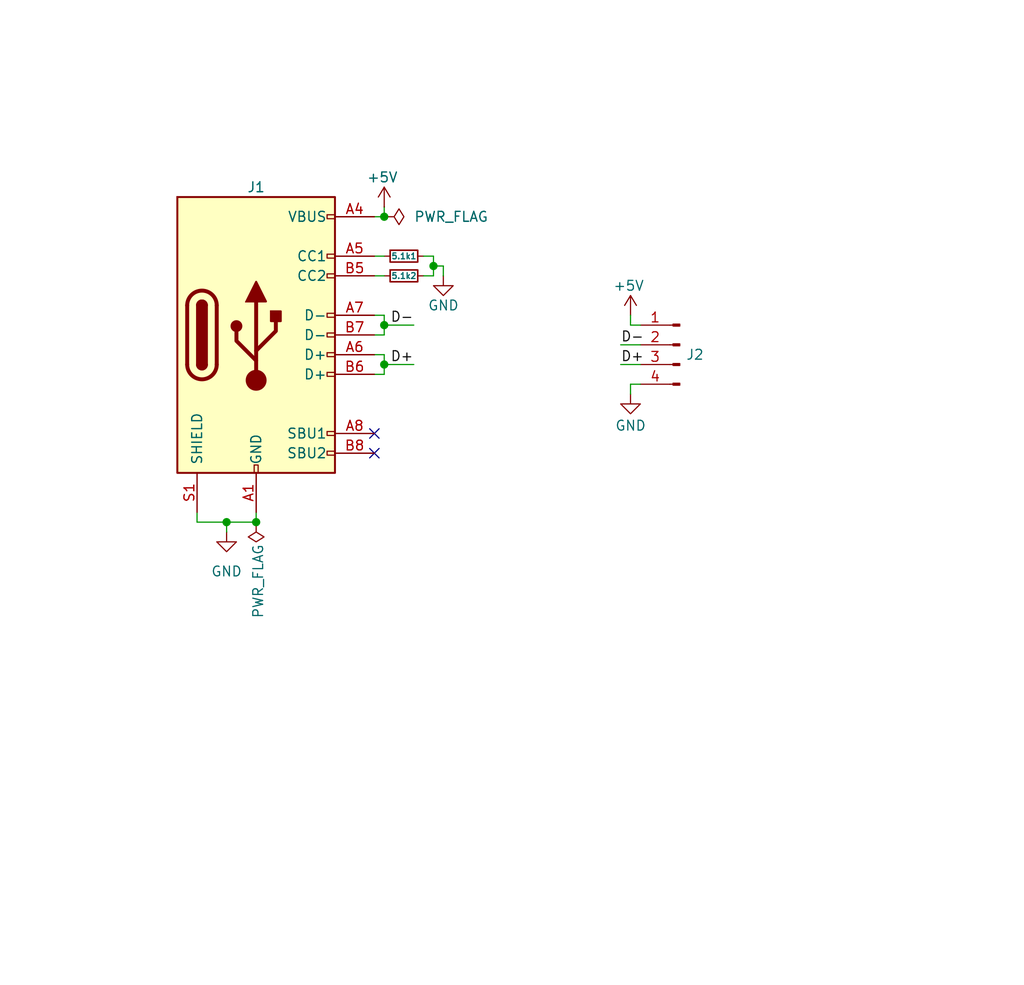
<source format=kicad_sch>
(kicad_sch (version 20250114) (generator "eeschema") (generator_version "9.0")
  (paper "User" 132.004 127)
  (title_block (title "Xbox 360 USB-C Mod") (date "2026-01-14") (rev "2") (company "Lukas Reis"))
  (lib_symbols
    (symbol "Connector:Conn_01x04_Pin" (pin_names (offset 1.016) (hide yes))
      (property "Reference" "J" (at 0 5.08 0))
      (property "Value" "Conn_01x04_Pin" (at 0 -7.62 0))
      (symbol "Conn_01x04_Pin_1_1"
        (rectangle (start 0.8636 2.667) (end 0 2.413) (stroke (width 0.1524)) (fill (type outline)))
        (rectangle (start 0.8636 0.127) (end 0 -0.127) (stroke (width 0.1524)) (fill (type outline)))
        (rectangle (start 0.8636 -2.413) (end 0 -2.667) (stroke (width 0.1524)) (fill (type outline)))
        (rectangle (start 0.8636 -4.953) (end 0 -5.207) (stroke (width 0.1524)) (fill (type outline)))
        (polyline (pts (xy 1.27 2.54) (xy 0.8636 2.54)) (stroke (width 0.1524)))
        (polyline (pts (xy 1.27 0) (xy 0.8636 0)) (stroke (width 0.1524)))
        (polyline (pts (xy 1.27 -2.54) (xy 0.8636 -2.54)) (stroke (width 0.1524)))
        (polyline (pts (xy 1.27 -5.08) (xy 0.8636 -5.08)) (stroke (width 0.1524)))
        (pin passive line (at 5.08 2.54 180) (length 3.81) (name "Pin_1") (number "1"))
        (pin passive line (at 5.08 0 180) (length 3.81) (name "Pin_2") (number "2"))
        (pin passive line (at 5.08 -2.54 180) (length 3.81) (name "Pin_3") (number "3"))
        (pin passive line (at 5.08 -5.08 180) (length 3.81) (name "Pin_4") (number "4"))
      )
    )
    (symbol "Connector:USB_C_Receptacle_USB2.0_16P" (pin_names (offset 1.016))
      (property "Reference" "J" (at 0 22.225 0))
      (property "Value" "USB_C_Receptacle_USB2.0_16P" (at 0 19.685 0))
      (symbol "USB_C_Receptacle_USB2.0_16P_0_0"
        (rectangle (start -0.254 -17.78) (end 0.254 -16.764))
        (rectangle (start 10.16 15.494) (end 9.144 14.986))
        (rectangle (start 10.16 10.414) (end 9.144 9.906))
        (rectangle (start 10.16 7.874) (end 9.144 7.366))
        (rectangle (start 10.16 2.794) (end 9.144 2.286))
        (rectangle (start 10.16 0.254) (end 9.144 -0.254))
        (rectangle (start 10.16 -2.286) (end 9.144 -2.794))
        (rectangle (start 10.16 -4.826) (end 9.144 -5.334))
        (rectangle (start 10.16 -12.446) (end 9.144 -12.954))
        (rectangle (start 10.16 -14.986) (end 9.144 -15.494))
      )
      (symbol "USB_C_Receptacle_USB2.0_16P_0_1"
        (rectangle (start -10.16 17.78) (end 10.16 -17.78) (stroke (width 0.254)) (fill (type background)))
        (polyline (pts (xy -8.89 -3.81) (xy -8.89 3.81)) (stroke (width 0.508)))
        (rectangle (start -7.62 -3.81) (end -6.35 3.81) (stroke (width 0.254)) (fill (type outline)))
        (arc (start -7.62 3.81) (mid -6.985 4.4423) (end -6.35 3.81) (stroke (width 0.254)))
        (arc (start -7.62 3.81) (mid -6.985 4.4423) (end -6.35 3.81) (stroke (width 0.254)) (fill (type outline)))
        (arc (start -8.89 3.81) (mid -6.985 5.7067) (end -5.08 3.81) (stroke (width 0.508)))
        (arc (start -5.08 -3.81) (mid -6.985 -5.7067) (end -8.89 -3.81) (stroke (width 0.508)))
        (arc (start -6.35 -3.81) (mid -6.985 -4.4423) (end -7.62 -3.81) (stroke (width 0.254)))
        (arc (start -6.35 -3.81) (mid -6.985 -4.4423) (end -7.62 -3.81) (stroke (width 0.254)) (fill (type outline)))
        (polyline (pts (xy -5.08 3.81) (xy -5.08 -3.81)) (stroke (width 0.508)))
        (circle (center -2.54 1.143) (radius 0.635) (stroke (width 0.254)) (fill (type outline)))
        (polyline (pts (xy -1.27 4.318) (xy 0 6.858) (xy 1.27 4.318) (xy -1.27 4.318)) (stroke (width 0.254)) (fill (type outline)))
        (polyline (pts (xy 0 -2.032) (xy 2.54 0.508) (xy 2.54 1.778)) (stroke (width 0.508)))
        (polyline (pts (xy 0 -3.302) (xy -2.54 -0.762) (xy -2.54 0.508)) (stroke (width 0.508)))
        (polyline (pts (xy 0 -5.842) (xy 0 4.318)) (stroke (width 0.508)))
        (circle (center 0 -5.842) (radius 1.27) (fill (type outline)))
        (rectangle (start 1.905 1.778) (end 3.175 3.048) (stroke (width 0.254)) (fill (type outline)))
      )
      (symbol "USB_C_Receptacle_USB2.0_16P_1_1"
        (pin passive line (at -7.62 -22.86 90) (length 5.08) (name "SHIELD") (number "S1"))
        (pin passive line (at 0 -22.86 90) (length 5.08) (name "GND") (number "A1"))
        (pin passive line (at 0 -22.86 90) (length 5.08) (hide yes) (name "GND") (number "A12"))
        (pin passive line (at 0 -22.86 90) (length 5.08) (hide yes) (name "GND") (number "B1"))
        (pin passive line (at 0 -22.86 90) (length 5.08) (hide yes) (name "GND") (number "B12"))
        (pin passive line (at 15.24 15.24 180) (length 5.08) (name "VBUS") (number "A4"))
        (pin passive line (at 15.24 15.24 180) (length 5.08) (hide yes) (name "VBUS") (number "A9"))
        (pin passive line (at 15.24 15.24 180) (length 5.08) (hide yes) (name "VBUS") (number "B4"))
        (pin passive line (at 15.24 15.24 180) (length 5.08) (hide yes) (name "VBUS") (number "B9"))
        (pin bidirectional line (at 15.24 10.16 180) (length 5.08) (name "CC1") (number "A5"))
        (pin bidirectional line (at 15.24 7.62 180) (length 5.08) (name "CC2") (number "B5"))
        (pin bidirectional line (at 15.24 2.54 180) (length 5.08) (name "D-") (number "A7"))
        (pin bidirectional line (at 15.24 0 180) (length 5.08) (name "D-") (number "B7"))
        (pin bidirectional line (at 15.24 -2.54 180) (length 5.08) (name "D+") (number "A6"))
        (pin bidirectional line (at 15.24 -5.08 180) (length 5.08) (name "D+") (number "B6"))
        (pin bidirectional line (at 15.24 -12.7 180) (length 5.08) (name "SBU1") (number "A8"))
        (pin bidirectional line (at 15.24 -15.24 180) (length 5.08) (name "SBU2") (number "B8"))
      )
    )
    (symbol "Device:R_Small" (pin_numbers (hide yes)) (pin_names (offset 0.254) (hide yes))
      (property "Reference" "R" (at 0 0 90))
      (property "Value" "R_Small" (at 1.778 0 90))
      (symbol "R_Small_0_1"
        (rectangle (start -0.762 1.778) (end 0.762 -1.778) (stroke (width 0.2032)))
      )
      (symbol "R_Small_1_1"
        (pin passive line (at 0 2.54 270) (length 0.762) (name "~") (number "1"))
        (pin passive line (at 0 -2.54 90) (length 0.762) (name "~") (number "2"))
      )
    )
    (symbol "power:+5V" (power) (pin_numbers (hide yes)) (pin_names (offset 0) (hide yes))
      (property "Value" "+5V" (at 0 3.556 0))
      (symbol "+5V_0_1"
        (polyline (pts (xy -0.762 1.27) (xy 0 2.54)))
        (polyline (pts (xy 0 2.54) (xy 0.762 1.27)))
        (polyline (pts (xy 0 0) (xy 0 2.54)))
      )
      (symbol "+5V_1_1"
        (pin power_in line (at 0 0 90) (length 0) (name "~") (number "1"))
      )
    )
    (symbol "power:GND" (power) (pin_numbers (hide yes)) (pin_names (offset 0) (hide yes))
      (property "Value" "GND" (at 0 -3.81 0))
      (symbol "GND_0_1"
        (polyline (pts (xy 0 0) (xy 0 -1.27) (xy 1.27 -1.27) (xy 0 -2.54) (xy -1.27 -1.27) (xy 0 -1.27)))
      )
      (symbol "GND_1_1"
        (pin power_in line (at 0 0 270) (length 0) (name "~") (number "1"))
      )
    )
    (symbol "power:PWR_FLAG" (power) (pin_numbers (hide yes)) (pin_names (offset 0) (hide yes))
      (property "Value" "PWR_FLAG" (at 0 3.81 0))
      (symbol "PWR_FLAG_0_0"
        (pin power_out line (at 0 0 90) (length 0) (name "~") (number "1"))
      )
      (symbol "PWR_FLAG_0_1"
        (polyline (pts (xy 0 0) (xy 0 1.27) (xy -1.016 1.905) (xy 0 2.54) (xy 1.016 1.905) (xy 0 1.27)))
      )
    )
  )
  (junction (at 49.53 27.94))
  (junction (at 49.53 46.99))
  (junction (at 33.02 67.31))
  (junction (at 55.88 34.29))
  (junction (at 49.53 41.91))
  (junction (at 29.21 67.31))
  (no_connect (at 48.26 58.42))
  (no_connect (at 48.26 55.88))
  (wire (pts (xy 49.53 46.99) (xy 49.53 48.26)))
  (wire (pts (xy 80.01 44.45) (xy 82.55 44.45)))
  (wire (pts (xy 55.88 34.29) (xy 55.88 35.56)))
  (wire (pts (xy 81.28 40.64) (xy 81.28 41.91)))
  (wire (pts (xy 81.28 49.53) (xy 82.55 49.53)))
  (wire (pts (xy 49.53 26.67) (xy 49.53 27.94)))
  (wire (pts (xy 55.88 33.02) (xy 54.61 33.02)))
  (wire (pts (xy 29.21 68.58) (xy 29.21 67.31)))
  (wire (pts (xy 49.53 41.91) (xy 53.34 41.91)))
  (wire (pts (xy 29.21 67.31) (xy 33.02 67.31)))
  (wire (pts (xy 49.53 48.26) (xy 48.26 48.26)))
  (wire (pts (xy 49.53 27.94) (xy 48.26 27.94)))
  (wire (pts (xy 57.15 34.29) (xy 55.88 34.29)))
  (wire (pts (xy 49.53 45.72) (xy 48.26 45.72)))
  (wire (pts (xy 49.53 41.91) (xy 49.53 43.18)))
  (wire (pts (xy 81.28 41.91) (xy 82.55 41.91)))
  (wire (pts (xy 49.53 40.64) (xy 49.53 41.91)))
  (wire (pts (xy 25.4 67.31) (xy 29.21 67.31)))
  (wire (pts (xy 48.26 40.64) (xy 49.53 40.64)))
  (wire (pts (xy 25.4 67.31) (xy 25.4 66.04)))
  (wire (pts (xy 49.53 35.56) (xy 48.26 35.56)))
  (wire (pts (xy 80.01 46.99) (xy 82.55 46.99)))
  (wire (pts (xy 55.88 35.56) (xy 54.61 35.56)))
  (wire (pts (xy 55.88 33.02) (xy 55.88 34.29)))
  (wire (pts (xy 49.53 46.99) (xy 53.34 46.99)))
  (wire (pts (xy 49.53 45.72) (xy 49.53 46.99)))
  (wire (pts (xy 48.26 43.18) (xy 49.53 43.18)))
  (wire (pts (xy 33.02 67.31) (xy 33.02 66.04)))
  (wire (pts (xy 81.28 50.8) (xy 81.28 49.53)))
  (wire (pts (xy 57.15 34.29) (xy 57.15 35.56)))
  (wire (pts (xy 49.53 33.02) (xy 48.26 33.02)))
  (label "D-" (at 80.01 44.45 0))
  (label "D+" (at 80.01 46.99 0))
  (label "D-" (at 53.34 41.91 180))
  (label "D+" (at 53.34 46.99 180))
  (symbol (lib_id "power:GND") (at 81.28 50.8 0) (mirror y) (unit 1)
    (property "Reference" "#PWR04" (effects (hide yes)))
    (property "Value" "GND" (at 79.248 54.864 0) (effects (justify right)))
    (property "Description" "Power symbol creates a global label with name \"GND\" , ground" (effects (hide yes)))
  )
  (symbol (lib_id "power:GND") (at 29.21 68.58 0) (unit 1)
    (property "Reference" "#PWR01" (effects (hide yes)))
    (property "Value" "GND" (at 29.21 73.66 0))
    (property "Description" "Power symbol creates a global label with name \"GND\" , ground" (effects (hide yes)))
  )
  (symbol (lib_id "power:+5V") (at 81.28 40.64 0) (mirror y) (unit 1)
    (property "Reference" "#PWR05" (effects (hide yes)))
    (property "Value" "+5V" (at 78.994 36.83 0) (effects (justify right)))
    (property "Description" "Power symbol creates a global label with name \"+5V\"" (effects (hide yes)))
  )
  (symbol (lib_id "power:PWR_FLAG") (at 49.53 27.94 270) (unit 1)
    (property "Reference" "#FLG01" (effects (hide yes)))
    (property "Value" "PWR_FLAG" (at 53.34 27.9399 90) (effects (justify left)))
    (property "Description" "Special symbol for telling ERC where power comes from" (effects (hide yes)))
  )
  (symbol (lib_id "Connector:USB_C_Receptacle_USB2.0_16P") (at 33.02 43.18 0) (unit 1)
    (property "Reference" "J1" (at 33.02 24.13 0))
    (property "Value" "USB_C_Receptacle_USB2.0_16P" (effects (hide yes)))
    (property "Footprint" "Connector_USB:USB_C_Receptacle_HCTL_HC-TYPE-C-16P-01A" (effects (hide yes)))
    (property "Datasheet" "https://www.usb.org/sites/default/files/documents/usb_type-c.zip" (effects (hide yes)))
    (property "Description" "USB 2.0-only 16P Type-C Receptacle connector" (effects (hide yes)))
  )
  (symbol (lib_id "power:PWR_FLAG") (at 33.02 67.31 180) (unit 1)
    (property "Reference" "#FLG02" (effects (hide yes)))
    (property "Value" "PWR_FLAG" (at 33.274 74.93 90))
    (property "Description" "Special symbol for telling ERC where power comes from" (effects (hide yes)))
  )
  (symbol (lib_id "power:GND") (at 57.15 35.56 0) (unit 1)
    (property "Reference" "#PWR03" (effects (hide yes)))
    (property "Value" "GND" (at 55.118 39.37 0) (effects (justify left)))
    (property "Description" "Power symbol creates a global label with name \"GND\" , ground" (effects (hide yes)))
  )
  (symbol (lib_id "Device:R_Small") (at 52.07 33.02 90) (unit 1)
    (property "Reference" "5.1k1" (at 52.07 33.02 90) (effects (font (size 0.762 0.762))))
    (property "Value" "R_Small" (effects (hide yes)))
    (property "Footprint" "Resistor_SMD:R_0603_1608Metric" (effects (hide yes)))
    (property "Description" "Resistor, small symbol" (effects (hide yes)))
  )
  (symbol (lib_id "Connector:Conn_01x04_Pin") (at 87.63 44.45 0) (mirror y) (unit 1)
    (property "Reference" "J2" (at 88.392 45.72 0) (effects (justify right)))
    (property "Value" "Conn_01x04_Pin" (effects (hide yes)))
    (property "Footprint" "Connector_PinHeader_2.54mm:PinHeader_1x04_P2.54mm_Vertical" (effects (hide yes)))
    (property "Description" "Generic connector, single row, 01x04, script generated" (effects (hide yes)))
  )
  (symbol (lib_id "Device:R_Small") (at 52.07 35.56 90) (unit 1)
    (property "Reference" "5.1k2" (at 52.07 35.56 90) (effects (font (size 0.762 0.762))))
    (property "Value" "R_Small" (effects (hide yes)))
    (property "Footprint" "Resistor_SMD:R_0603_1608Metric" (effects (hide yes)))
    (property "Description" "Resistor, small symbol" (effects (hide yes)))
  )
  (symbol (lib_id "power:+5V") (at 49.53 26.67 0) (unit 1)
    (property "Reference" "#PWR02" (effects (hide yes)))
    (property "Value" "+5V" (at 47.244 22.86 0) (effects (justify left)))
    (property "Description" "Power symbol creates a global label with name \"+5V\"" (effects (hide yes)))
  )
)
</source>
